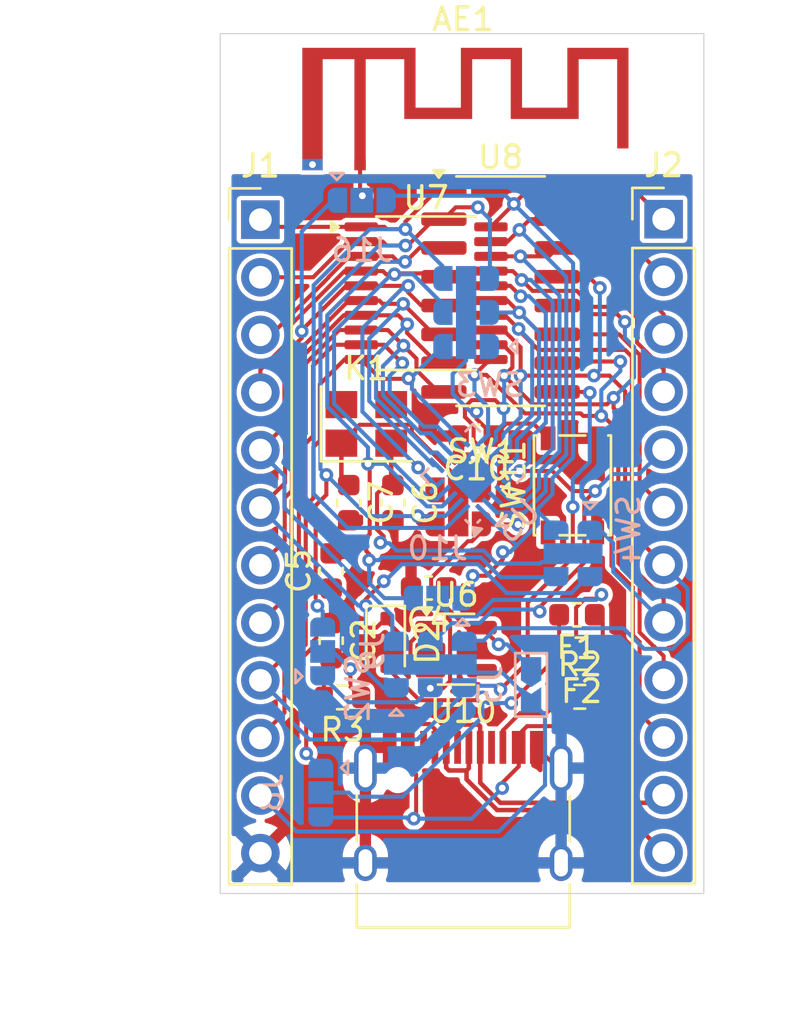
<source format=kicad_pcb>
(kicad_pcb (version 20241229) (generator "pcbnew") (generator_version "9.0")
  (layers (0 "F.Cu" signal) (2 "B.Cu" signal) (13 "F.Paste" user) (15 "B.Paste" user) (5 "F.SilkS" user "F.Silkscreen") (7 "B.SilkS" user "B.Silkscreen") (1 "F.Mask" user) (3 "B.Mask" user) (25 "Edge.Cuts" user))
  (net 0 "")
  (net 1 "5V")
  (net 2 "P_0")
  (net 3 "+3.3V")
  (net 4 "P_5")
  (net 5 "P_4")
  (net 6 "VCC")
  (net 7 "Net-(J8-B)")
  (net 8 "CC2")
  (net 9 "CC1")
  (net 10 "P_7")
  (net 11 "P_11")
  (net 12 "P_13")
  (net 13 "P_15")
  (net 14 "P_18")
  (net 15 "P_14")
  (net 16 "P_10")
  (net 17 "P_6")
  (net 18 "P_9")
  (net 19 "P_8")
  (net 20 "P_1")
  (net 22 "D-")
  (net 23 "D+")
  (net 26 "P_17")
  (net 27 "P_2")
  (net 28 "P_12")
  (net 29 "P_19")
  (net 30 "P_3")
  (net 31 "P_20")
  (net 32 "P_16")
  (net 33 "Net-(AE1-A)")
  (net 34 "Net-(C10-Pad1)")
  (net 35 "Net-(D2-A)")
  (net 37 "Net-(C6-Pad1)")
  (net 38 "Net-(C7-Pad1)")
  (footprint "IOT-Mess-Footprints:Jumper4" (layer "F.Cu") (at 143.7325 93.875)
    (property "Reference" "SW1")
    (property "Value" "SW_Rotary_1x4_MP")
  )
  (footprint "RF_Antenna:Texas_SWRA117D_2.4GHz_Right" (layer "F.Cu") (at 139.4 79.525)
    (property "Reference" "AE1")
    (property "Value" "Antenna")
  )
  (footprint "Connector_PinHeader_2.54mm:PinHeader_1x12_P2.54mm_Vertical" (layer "F.Cu") (at 135 81.955)
    (property "Reference" "J1")
    (property "Value" "Conn_01x12_Pin")
  )
  (footprint "Fuse:Fuse_0805_2012Metric" (layer "F.Cu") (at 149.175 101.1 180)
    (property "Reference" "F2")
    (property "Value" "Fuse_Small")
  )
  (footprint "Package_SO:SOP-16_3.9x9.9mm_P1.27mm" (layer "F.Cu") (at 145.601077 85.108314)
    (property "Reference" "U8")
    (property "Value" "~")
  )
  (footprint "Capacitor_SMD:C_0603_1608Metric" (layer "F.Cu") (at 140.85 94.437501 -90)
    (property "Reference" "C6")
    (property "Value" "12-25pF")
  )
  (footprint "Crystal:Crystal_SMD_3225-4Pin_3.2x2.5mm" (layer "F.Cu") (at 139.674999 90.962502)
    (property "Reference" "K1")
    (property "Value" "Crystal")
  )
  (footprint "Diode_SMD:D_SOD-323" (layer "F.Cu") (at 140.525 100.6 -90)
    (property "Reference" "D2")
    (property "Value" "1N5819WS")
  )
  (footprint "Fuse:Fuse_0603_1608Metric" (layer "F.Cu") (at 148.975 99.382499 180)
    (property "Reference" "F1")
    (property "Value" "Fuse_Small")
  )
  (footprint "Capacitor_SMD:C_0603_1608Metric" (layer "F.Cu") (at 138.125 100.525 -90)
    (property "Reference" "C2")
    (property "Value" "10u")
  )
  (footprint "Capacitor_SMD:C_0603_1608Metric" (layer "F.Cu") (at 144.525 91.5 180)
    (property "Reference" "C10")
    (property "Value" ".1u")
  )
  (footprint "Capacitor_SMD:C_0603_1608Metric" (layer "F.Cu") (at 138.9 94.437501 -90)
    (property "Reference" "C7")
    (property "Value" "12-25pF")
  )
  (footprint "Capacitor_SMD:C_0603_1608Metric" (layer "F.Cu") (at 138.125 97.449999 90)
    (property "Reference" "C5")
    (property "Value" "1u")
  )
  (footprint "Capacitor_SMD:C_0603_1608Metric" (layer "F.Cu") (at 142.425 98.2 180)
    (property "Reference" "C4")
    (property "Value" "1u")
  )
  (footprint "Package_SO:TSSOP-20_4.4x6.5mm_P0.65mm" (layer "F.Cu") (at 142.313577 85.198314)
    (property "Reference" "U7")
    (property "Value" "~")
  )
  (footprint "Resistor_SMD:R_0603_1608Metric" (layer "F.Cu") (at 138.625 103.025 180)
    (property "Reference" "R3")
    (property "Value" "5.1K")
  )
  (footprint "Button_Switch_SMD:SW_SPST_PTS810" (layer "F.Cu") (at 148.775 93.675 90)
    (property "Reference" "SW11")
    (property "Value" "SW_Push")
  )
  (footprint "Resistor_SMD:R_0603_1608Metric" (layer "F.Cu") (at 149.1 103)
    (property "Reference" "R2")
    (property "Value" "5.1K")
  )
  (footprint "Package_TO_SOT_SMD:SOT-23-5" (layer "F.Cu") (at 143.6375 100.900001)
    (property "Reference" "U6")
    (property "Value" "ME6211C33M5")
  )
  (footprint "Connector_PinHeader_2.54mm:PinHeader_1x12_P2.54mm_Vertical" (layer "F.Cu") (at 152.8 81.935)
    (property "Reference" "J2")
    (property "Value" "Conn_01x12_Pin")
  )
  (footprint "Connector_USB:USB_C_Receptacle_HRO_TYPE-C-31-M-12" (layer "F.Cu") (at 143.955 109.275)
    (property "Reference" "U10")
    (property "Value" "USB_C_Receptacle_USB2.0_16P")
  )
  (footprint "IOT-Mess-Footprints:Jumper-3_P1.3mm_Open_RoundedPad1.0x1.5mm" (layer "B.Cu") (at 142.825 98.65 180)
    (property "Reference" "J10")
    (property "Value" "Jumper")
  )
  (footprint "IOT-Mess-Footprints:Jumper-3_P1.3mm_Open_RoundedPad1.0x1.5mm" (layer "B.Cu") (at 137.75 101 90)
    (property "Reference" "J9")
    (property "Value" "Jumper")
  )
  (footprint "Package_DFN_QFN:QFN-20-1EP_3x3mm_P0.4mm_EP1.65x1.65mm_ThermalVias" (layer "B.Cu") (at 144.376077 93.248314 45)
    (property "Reference" "U3")
    (property "Value" "~")
  )
  (footprint "IOT-Mess-Footprints:Jumper-3_P1.3mm_Open_RoundedPad1.0x1.5mm" (layer "B.Cu") (at 137.667501 107.225 -90)
    (property "Reference" "J8")
    (property "Value" "Jumper")
  )
  (footprint "IOT-Mess-Footprints:Jumpper-triangle" (layer "B.Cu") (at 146.95 102.475 -90)
    (property "Reference" "J3")
    (property "Value" "Jumper_2")
  )
  (footprint "IOT-Mess-Footprints:Jumper8" (layer "B.Cu") (at 141 101.575 -90)
    (property "Reference" "SW2")
    (property "Value" "SW_Rotary_1x6_MP")
  )
  (footprint "IOT-Mess-Footprints:Jumper-3_P1.3mm_Open_RoundedPad1.0x1.5mm" (layer "B.Cu") (at 139.475 81.1)
    (property "Reference" "J16")
    (property "Value" "Jumper")
  )
  (footprint "IOT-Mess-Footprints:Jumper8" (layer "B.Cu") (at 144.0825 87.55)
    (property "Reference" "SW3")
    (property "Value" "SW_Rotary_1x6_MP")
  )
  (footprint "IOT-Mess-Footprints:Jumper4" (layer "B.Cu") (at 149.55 96.675 90)
    (property "Reference" "SW4")
    (property "Value" "SW_Rotary_1x4_MP")
  )
  (gr_rect (start 133.225 73.75) (end 154.575 111.675) (stroke (width 0.05)) (fill no) (layer "Edge.Cuts"))
  (segment (start 141.6265 100.596313) (end 142.272811 99.950002) (width 0.18) (layer "F.Cu") (net 1))
  (segment (start 142.272811 101.85) (end 141.6265 101.203689) (width 0.18) (layer "F.Cu") (net 1))
  (segment (start 142.272811 99.950002) (end 142.5 99.950002) (width 0.18) (layer "F.Cu") (net 1))
  (segment (start 138.125002 98.225) (end 138.125 99.750001) (width 0.2) (layer "F.Cu") (net 1))
  (segment (start 136.362 101.764356) (end 137.302 100.824356) (width 0.18) (layer "F.Cu") (net 1))
  (segment (start 137.302 100.824356) (end 137.302 100.573) (width 0.18) (layer "F.Cu") (net 1))
  (segment (start 136.362 102.937) (end 136.362 101.764356) (width 0.18) (layer "F.Cu") (net 1))
  (segment (start 141.4745 100.548001) (end 141.57575 100.64925) (width 0.18) (layer "F.Cu") (net 1))
  (segment (start 142.5 101.85) (end 142.272811 101.85) (width 0.18) (layer "F.Cu") (net 1))
  (segment (start 140.126131 99.948869) (end 140.525 99.55) (width 0.18) (layer "F.Cu") (net 1))
  (segment (start 140.525 99.5985) (end 141.57575 100.64925) (width 0.18) (layer "F.Cu") (net 1))
  (segment (start 137.023125 103.598125) (end 136.362 102.937) (width 0.18) (layer "F.Cu") (net 1))
  (segment (start 141.57575 100.64925) (end 141.6265 100.700001) (width 0.18) (layer "F.Cu") (net 1))
  (segment (start 137.302 100.573) (end 138.125 99.75) (width 0.18) (layer "F.Cu") (net 1))
  (segment (start 138.323869 99.948869) (end 140.126131 99.948869) (width 0.18) (layer "F.Cu") (net 1))
  (segment (start 137.023125 105.498125) (end 137.023125 103.598125) (width 0.18) (layer "F.Cu") (net 1))
  (segment (start 140.525 99.55) (end 140.525 99.5985) (width 0.18) (layer "F.Cu") (net 1))
  (segment (start 141.6265 101.203689) (end 141.6265 100.700001) (width 0.18) (layer "F.Cu") (net 1))
  (segment (start 138.125 99.75) (end 138.323869 99.948869) (width 0.18) (layer "F.Cu") (net 1))
  (segment (start 141.6265 100.700001) (end 141.6265 100.596313) (width 0.18) (layer "F.Cu") (net 1))
  (segment (start 142.812501 101.85) (end 142.5 101.85) (width 0.18) (layer "F.Cu") (net 1))
  (via (at 137.023125 105.498125) (size 0.6) (drill 0.3) (layers "F.Cu" "B.Cu") (net 1))
  (segment (start 137.650001 106.125001) (end 137.667501 106.125001) (width 0.18) (layer "B.Cu") (net 1))
  (segment (start 137.023125 105.498125) (end 137.650001 106.125001) (width 0.18) (layer "B.Cu") (net 1))
  (segment (start 137.8 103.025) (end 137.8 101.625) (width 0.18) (layer "F.Cu") (net 2))
  (segment (start 137.8 101.625) (end 138.125 101.3) (width 0.18) (layer "F.Cu") (net 2))
  (segment (start 148.275 106.145) (end 148.12 106.145) (width 0.18) (layer "F.Cu") (net 2))
  (segment (start 148.12 106.145) (end 147.205 105.23) (width 0.18) (layer "F.Cu") (net 2))
  (segment (start 138.125 96.674999) (end 138.125 95.8875) (width 0.18) (layer "F.Cu") (net 2))
  (segment (start 138.125 95.8875) (end 138.799999 95.212501) (width 0.18) (layer "F.Cu") (net 2))
  (segment (start 143.2 98.2) (end 143.2 99.037501) (width 0.18) (layer "F.Cu") (net 3))
  (segment (start 145.512499 100.687501) (end 144.775 99.950002) (width 0.18) (layer "F.Cu") (net 3))
  (segment (start 143.2 99.037501) (end 144.1375 99.975001) (width 0.18) (layer "F.Cu") (net 3))
  (via (at 145.512499 100.687501) (size 0.6) (drill 0.3) (layers "F.Cu" "B.Cu") (net 3))
  (segment (start 145.8875 100.687501) (end 146.95 101.750001) (width 0.18) (layer "B.Cu") (net 3))
  (segment (start 145.512499 100.687501) (end 145.8875 100.687501) (width 0.18) (layer "B.Cu") (net 3))
  (segment (start 141.525 84.875) (end 140.340263 84.875) (width 0.18) (layer "F.Cu") (net 4))
  (segment (start 140.338577 84.873314) (end 139.451077 84.873314) (width 0.18) (layer "F.Cu") (net 4))
  (segment (start 136.827553 87.173125) (end 136.061 87.939678) (width 0.18) (layer "F.Cu") (net 4))
  (segment (start 142.6825 93.605346) (end 141.963577 92.886423) (width 0.18) (layer "F.Cu") (net 4))
  (segment (start 136.827553 86.877553) (end 136.827553 86.830589) (width 0.18) (layer "F.Cu") (net 4))
  (segment (start 138.784828 84.873314) (end 139.451077 84.873314) (width 0.18) (layer "F.Cu") (net 4))
  (segment (start 140.340263 84.875) (end 140.338577 84.873314) (width 0.18) (layer "F.Cu") (net 4))
  (segment (start 142.101078 85.743314) (end 143.101077 85.743314) (width 0.18) (layer "F.Cu") (net 4))
  (segment (start 142.6825 93.875) (end 142.6825 93.605346) (width 0.18) (layer "F.Cu") (net 4))
  (segment (start 136.061 91.054) (end 135 92.115) (width 0.18) (layer "F.Cu") (net 4))
  (segment (start 136.827553 86.877553) (end 136.827553 87.173125) (width 0.18) (layer "F.Cu") (net 4))
  (segment (start 136.061 87.939678) (end 136.061 91.054) (width 0.18) (layer "F.Cu") (net 4))
  (segment (start 141.525 85.167236) (end 142.101078 85.743314) (width 0.18) (layer "F.Cu") (net 4))
  (segment (start 136.827553 86.830589) (end 138.784828 84.873314) (width 0.18) (layer "F.Cu") (net 4))
  (segment (start 141.525 84.875) (end 141.525 85.167236) (width 0.18) (layer "F.Cu") (net 4))
  (via (at 141.525 84.875) (size 0.6) (drill 0.3) (layers "F.Cu" "B.Cu") (net 4))
  (via (at 141.963577 92.886423) (size 0.6) (drill 0.3) (layers "F.Cu" "B.Cu") (net 4))
  (via (at 136.827553 86.877553) (size 0.6) (drill 0.3) (layers "F.Cu" "B.Cu") (net 4))
  (segment (start 136.825 82.475) (end 138.4 80.9) (width 0.18) (layer "B.Cu") (net 4))
  (segment (start 136.062415 94.665737) (end 136.061 94.665737) (width 0.18) (layer "B.Cu") (net 4))
  (segment (start 140.825 99.428322) (end 136.062415 94.665737) (width 0.18) (layer "B.Cu") (net 4))
  (segment (start 139.504 90.426846) (end 141.963577 92.886423) (width 0.18) (layer "B.Cu") (net 4))
  (segment (start 140.825 100.6) (end 140.825 99.428322) (width 0.18) (layer "B.Cu") (net 4))
  (segment (start 136.061 93.261) (end 135 92.2) (width 0.18) (layer "B.Cu") (net 4))
  (segment (start 136.061 94.665737) (end 136.061 93.261) (width 0.18) (layer "B.Cu") (net 4))
  (segment (start 141.525 84.875) (end 141.375 84.875) (width 0.18) (layer "B.Cu") (net 4))
  (segment (start 136.825 86.875) (end 136.825 82.475) (width 0.18) (layer "B.Cu") (net 4))
  (segment (start 139.504 86.746) (end 139.504 90.426846) (width 0.18) (layer "B.Cu") (net 4))
  (segment (start 141.963577 92.886423) (end 142.785087 93.707933) (width 0.18) (layer "B.Cu") (net 4))
  (segment (start 141.375 84.875) (end 139.504 86.746) (width 0.18) (layer "B.Cu") (net 4))
  (segment (start 136.827553 86.877553) (end 136.825 86.875) (width 0.18) (layer "B.Cu") (net 4))
  (segment (start 135 92.2) (end 135 92.115) (width 0.18) (layer "B.Cu") (net 4))
  (segment (start 142.165263 84.325) (end 142.313577 84.473314) (width 0.18) (layer "F.Cu") (net 5))
  (segment (start 138.713578 84.223314) (end 139.451077 84.223314) (width 0.18) (layer "F.Cu") (net 5))
  (segment (start 136.15 86.786892) (end 138.713578 84.223314) (width 0.18) (layer "F.Cu") (net 5))
  (segment (start 136.15 87.425) (end 136.15 86.786892) (width 0.18) (layer "F.Cu") (net 5))
  (segment (start 140.551513 84.365) (end 140.409827 84.223314) (width 0.18) (layer "F.Cu") (net 5))
  (segment (start 140.917562 84.365) (end 140.551513 84.365) (width 0.18) (layer "F.Cu") (net 5))
  (segment (start 135 88.575) (end 136.15 87.425) (width 0.18) (layer "F.Cu") (net 5))
  (segment (start 140.957562 84.325) (end 142.165263 84.325) (width 0.18) (layer "F.Cu") (net 5))
  (segment (start 140.409827 84.223314) (end 139.451077 84.223314) (width 0.18) (layer "F.Cu") (net 5))
  (segment (start 135 89.575) (end 135 88.575) (width 0.18) (layer "F.Cu") (net 5))
  (segment (start 140.917562 84.365) (end 140.957562 84.325) (width 0.18) (layer "F.Cu") (net 5))
  (segment (start 142.313577 84.473314) (end 143.101077 84.473314) (width 0.18) (layer "F.Cu") (net 5))
  (via (at 140.917562 84.365) (size 0.6) (drill 0.3) (layers "F.Cu" "B.Cu") (net 5))
  (segment (start 142.448144 94.270433) (end 142.788272 94.270433) (width 0.18) (layer "B.Cu") (net 5))
  (segment (start 143.0325 85.659836) (end 141.737664 84.365) (width 0.18) (layer "B.Cu") (net 5))
  (segment (start 140.785 84.365) (end 138.253 86.897) (width 0.18) (layer "B.Cu") (net 5))
  (segment (start 141.737664 84.365) (end 140.917562 84.365) (width 0.18) (layer "B.Cu") (net 5))
  (segment (start 143.0325 86.05) (end 143.0325 85.659836) (width 0.18) (layer "B.Cu") (net 5))
  (segment (start 142.788272 94.270433) (end 143.067929 93.990776) (width 0.18) (layer "B.Cu") (net 5))
  (segment (start 140.917562 84.365) (end 140.785 84.365) (width 0.18) (layer "B.Cu") (net 5))
  (segment (start 138.253 86.897) (end 138.253 90.075289) (width 0.18) (layer "B.Cu") (net 5))
  (segment (start 138.253 90.075289) (end 142.448144 94.270433) (width 0.18) (layer "B.Cu") (net 5))
  (segment (start 147.564 103.813999) (end 147.564 106.897866) (width 0.18) (layer "B.Cu") (net 6))
  (segment (start 146.675 103.199999) (end 146.675 102.925) (width 0.18) (layer "B.Cu") (net 6))
  (segment (start 136.585999 108.940999) (end 135 107.355) (width 0.18) (layer "B.Cu") (net 6))
  (segment (start 146.675 102.925) (end 145.6825 101.9325) (width 0.18) (layer "B.Cu") (net 6))
  (segment (start 146.95 103.199999) (end 147.564 103.813999) (width 0.18) (layer "B.Cu") (net 6))
  (segment (start 147.564 106.897866) (end 145.520867 108.940999) (width 0.18) (layer "B.Cu") (net 6))
  (segment (start 145.6825 101.9325) (end 142.325 101.9325) (width 0.18) (layer "B.Cu") (net 6))
  (segment (start 145.520867 108.940999) (end 136.585999 108.940999) (width 0.18) (layer "B.Cu") (net 6))
  (segment (start 149.314 101.898501) (end 150.112501 101.1) (width 0.18) (layer "F.Cu") (net 7))
  (segment (start 141.875 108.275) (end 141.875 106.425) (width 0.18) (layer "F.Cu") (net 7))
  (segment (start 141.775 108.375) (end 141.875 108.275) (width 0.18) (layer "F.Cu") (net 7))
  (segment (start 150.112501 101.1) (end 150.112501 99.732499) (width 0.18) (layer "F.Cu") (net 7))
  (segment (start 141.505 106.055) (end 141.505 105.23) (width 0.18) (layer "F.Cu") (net 7))
  (segment (start 146.405 104.664) (end 146.775 104.294) (width 0.18) (layer "F.Cu") (net 7))
  (segment (start 146.775 104.294) (end 148.042784 104.294) (width 0.18) (layer "F.Cu") (net 7))
  (segment (start 148.042784 104.294) (end 149.314 103.022784) (width 0.18) (layer "F.Cu") (net 7))
  (segment (start 145.675 106.8) (end 146.405 106.07) (width 0.18) (layer "F.Cu") (net 7))
  (segment (start 145.675 107.025) (end 145.675 106.8) (width 0.18) (layer "F.Cu") (net 7))
  (segment (start 141.875 106.425) (end 141.505 106.055) (width 0.18) (layer "F.Cu") (net 7))
  (segment (start 150.112501 99.732499) (end 149.762501 99.382499) (width 0.18) (layer "F.Cu") (net 7))
  (segment (start 146.405 105.23) (end 146.405 104.664) (width 0.18) (layer "F.Cu") (net 7))
  (segment (start 146.405 106.07) (end 146.405 105.23) (width 0.18) (layer "F.Cu") (net 7))
  (segment (start 149.314 103.022784) (end 149.314 101.898501) (width 0.18) (layer "F.Cu") (net 7))
  (via (at 145.675 107.025) (size 0.6) (drill 0.3) (layers "F.Cu" "B.Cu") (net 7))
  (via (at 141.775 108.375) (size 0.6) (drill 0.3) (layers "F.Cu" "B.Cu") (net 7))
  (segment (start 141.775 108.375) (end 144.325 108.375) (width 0.18) (layer "B.Cu") (net 7))
  (segment (start 141.775 108.375) (end 141.500002 108.375) (width 0.18) (layer "B.Cu") (net 7))
  (segment (start 141.500002 108.375) (end 141.450001 108.324999) (width 0.18) (layer "B.Cu") (net 7))
  (segment (start 141.450001 108.324999) (end 137.667501 108.324999) (width 0.18) (layer "B.Cu") (net 7))
  (segment (start 144.325 108.375) (end 145.675 107.025) (width 0.18) (layer "B.Cu") (net 7))
  (segment (start 148.935999 102.339001) (end 148.275 103) (width 0.18) (layer "F.Cu") (net 8))
  (segment (start 149.869898 98.675) (end 149.325 98.675) (width 0.18) (layer "F.Cu") (net 8))
  (segment (start 145.705 104.483) (end 145.705 105.23) (width 0.18) (layer "F.Cu") (net 8))
  (segment (start 147.625 103.725) (end 146.463 103.725) (width 0.18) (layer "F.Cu") (net 8))
  (segment (start 148.275 103) (end 148.275 103.075) (width 0.18) (layer "F.Cu") (net 8))
  (segment (start 150.054238 98.49066) (end 149.869898 98.675) (width 0.18) (layer "F.Cu") (net 8))
  (segment (start 148.935999 99.064001) (end 148.935999 102.339001) (width 0.18) (layer "F.Cu") (net 8))
  (segment (start 146.463 103.725) (end 145.705 104.483) (width 0.18) (layer "F.Cu") (net 8))
  (segment (start 148.275 103.075) (end 147.625 103.725) (width 0.18) (layer "F.Cu") (net 8))
  (segment (start 149.325 98.675) (end 148.935999 99.064001) (width 0.18) (layer "F.Cu") (net 8))
  (via (at 150.054238 98.49066) (size 0.6) (drill 0.3) (layers "F.Cu" "B.Cu") (net 8))
  (segment (start 145.275 98.725) (end 144.55 99.45) (width 0.18) (layer "B.Cu") (net 8))
  (segment (start 150.054238 98.49066) (end 149.819898 98.725) (width 0.18) (layer "B.Cu") (net 8))
  (segment (start 142.825 98.65) (end 142.825 98.855473) (width 0.18) (layer "B.Cu") (net 8))
  (segment (start 142.825 98.855473) (end 143.419527 99.45) (width 0.18) (layer "B.Cu") (net 8))
  (segment (start 143.419527 99.45) (end 144.55 99.45) (width 0.18) (layer "B.Cu") (net 8))
  (segment (start 149.819898 98.725) (end 145.275 98.725) (width 0.18) (layer "B.Cu") (net 8))
  (segment (start 142.472 104.2) (end 142.536 104.264) (width 0.18) (layer "F.Cu") (net 9))
  (segment (start 139.45 103.25) (end 140.4 104.2) (width 0.18) (layer "F.Cu") (net 9))
  (segment (start 138.973572 101.776865) (end 138.973572 102.548572) (width 0.18) (layer "F.Cu") (net 9))
  (segment (start 138.973572 102.548572) (end 139.45 103.025) (width 0.18) (layer "F.Cu") (net 9))
  (segment (start 142.705 104.433) (end 142.705 105.23) (width 0.18) (layer "F.Cu") (net 9))
  (segment (start 140.4 104.2) (end 142.472 104.2) (width 0.18) (layer "F.Cu") (net 9))
  (segment (start 142.536 104.264) (end 142.705 104.433) (width 0.18) (layer "F.Cu") (net 9))
  (via (at 138.973572 101.776865) (size 0.6) (drill 0.3) (layers "F.Cu" "B.Cu") (net 9))
  (segment (start 137.75 101) (end 138.196707 101) (width 0.18) (layer "B.Cu") (net 9))
  (segment (start 138.196707 101) (end 138.973572 101.776865) (width 0.18) (layer "B.Cu") (net 9))
  (segment (start 136.075 96.12) (end 136.075 94.225) (width 0.18) (layer "F.Cu") (net 10))
  (segment (start 138.67872 86.173314) (end 139.451077 86.173314) (width 0.18) (layer "F.Cu") (net 10))
  (segment (start 139.451077 86.173314) (end 141.088578 86.173314) (width 0.18) (layer "F.Cu") (net 10))
  (segment (start 136.075 94.225) (end 136.391 93.909) (width 0.18) (layer "F.Cu") (net 10))
  (segment (start 136.391 93.909) (end 136.391 91.575356) (width 0.18) (layer "F.Cu") (net 10))
  (segment (start 141.088578 86.173314) (end 141.482632 86.567368) (width 0.18) (layer "F.Cu") (net 10))
  (segment (start 141.474077 86.575923) (end 141.474077 86.949077) (width 0.18) (layer "F.Cu") (net 10))
  (segment (start 135 97.195) (end 136.075 96.12) (width 0.18) (layer "F.Cu") (net 10))
  (segment (start 141.482632 86.567368) (end 141.474077 86.575923) (width 0.18) (layer "F.Cu") (net 10))
  (segment (start 136.391 91.575356) (end 136.702 91.264356) (width 0.18) (layer "F.Cu") (net 10))
  (segment (start 141.474077 86.949077) (end 142.808314 88.283314) (width 0.18) (layer "F.Cu") (net 10))
  (segment (start 136.702 88.150034) (end 138.67872 86.173314) (width 0.18) (layer "F.Cu") (net 10))
  (segment (start 142.808314 88.283314) (end 143.101077 88.283314) (width 0.18) (layer "F.Cu") (net 10))
  (segment (start 136.702 91.264356) (end 136.702 88.150034) (width 0.18) (layer "F.Cu") (net 10))
  (via (at 141.482632 86.567368) (size 0.6) (drill 0.3) (layers "F.Cu" "B.Cu") (net 10))
  (segment (start 140.106 87.944) (end 140.106 89.826916) (width 0.18) (layer "B.Cu") (net 10))
  (segment (start 142.788272 92.226195) (end 143.067929 92.505852) (width 0.18) (layer "B.Cu") (net 10))
  (segment (start 142.505279 92.226195) (end 142.788272 92.226195) (width 0.18) (layer "B.Cu") (net 10))
  (segment (start 140.106 89.826916) (end 142.505279 92.226195) (width 0.18) (layer "B.Cu") (net 10))
  (segment (start 141.482632 86.567368) (end 140.106 87.944) (width 0.18) (layer "B.Cu") (net 10))
  (segment (start 144.45 88.8) (end 145.000609 88.249391) (width 0.18) (layer "F.Cu") (net 11))
  (segment (start 145.05 88.249391) (end 145.176077 88.123314) (width 0.18) (layer "F.Cu") (net 11))
  (segment (start 151.438 100.279159) (end 151.739 100.580159) (width 0.18) (layer "F.Cu") (net 11))
  (segment (start 150.499 97.224678) (end 151.438 98.163678) (width 0.18) (layer "F.Cu") (net 11))
  (segment (start 148.174391 88.21) (end 148.101077 88.283314) (width 0.18) (layer "F.Cu") (net 11))
  (segment (start 150.156589 88.210964) (end 150.155625 88.21) (width 0.18) (layer "F.Cu") (net 11))
  (segment (start 151.739 103.734) (end 152.8 104.795) (width 0.18) (layer "F.Cu") (net 11))
  (segment (start 151.438 98.163678) (end 151.438 100.279159) (width 0.18) (layer "F.Cu") (net 11))
  (segment (start 150.194706 90.672706) (end 150.499 90.977) (width 0.18) (layer "F.Cu") (net 11))
  (segment (start 145.000609 88.249391) (end 145.05 88.249391) (width 0.18) (layer "F.Cu") (net 11))
  (segment (start 149.141294 90.5) (end 149.251294 90.61) (width 0.18) (layer "F.Cu") (net 11))
  (segment (start 151.739 100.580159) (end 151.739 103.734) (width 0.18) (layer "F.Cu") (net 11))
  (segment (start 146.675 90.5) (end 149.141294 90.5) (width 0.18) (layer "F.Cu") (net 11))
  (segment (start 150.889036 88.210964) (end 150.156589 88.210964) (width 0.18) (layer "F.Cu") (net 11))
  (segment (start 144.975 88.8) (end 146.675 90.5) (width 0.18) (layer "F.Cu") (net 11))
  (segment (start 144.45 88.8) (end 144.975 88.8) (width 0.18) (layer "F.Cu") (net 11))
  (segment (start 149.251294 90.61) (end 150.05 90.61) (width 0.18) (layer "F.Cu") (net 11))
  (segment (start 150.112706 90.672706) (end 150.194706 90.672706) (width 0.18) (layer "F.Cu") (net 11))
  (segment (start 150.155625 88.21) (end 148.174391 88.21) (width 0.18) (layer "F.Cu") (net 11))
  (segment (start 150.05 90.61) (end 150.112706 90.672706) (width 0.18) (layer "F.Cu") (net 11))
  (segment (start 150.499 90.977) (end 150.499 97.224678) (width 0.18) (layer "F.Cu") (net 11))
  (via (at 144.45 88.8) (size 0.6) (drill 0.3) (layers "F.Cu" "B.Cu") (net 11))
  (via (at 150.889036 88.210964) (size 0.6) (drill 0.3) (layers "F.Cu" "B.Cu") (net 11))
  (via (at 150.05 90.61) (size 0.6) (drill 0.3) (layers "F.Cu" "B.Cu") (net 11))
  (segment (start 145.05 90.212336) (end 145.05 91.44302) (width 0.18) (layer "B.Cu") (net 11))
  (segment (start 145.05 91.44302) (end 144.835696 91.657324) (width 0.18) (layer "B.Cu") (net 11))
  (segment (start 144.45 88.8) (end 144.45 89.612336) (width 0.18) (layer "B.Cu") (net 11))
  (segment (start 150.05 89.475) (end 150.889036 88.635964) (width 0.18) (layer "B.Cu") (net 11))
  (segment (start 150.05 90.61) (end 150.05 89.475) (width 0.18) (layer "B.Cu") (net 11))
  (segment (start 150.889036 88.635964) (end 150.889036 88.210964) (width 0.18) (layer "B.Cu") (net 11))
  (segment (start 144.45 89.612336) (end 145.05 90.212336) (width 0.18) (layer "B.Cu") (net 11))
  (segment (start 149.985625 84.964375) (end 149.494564 84.473314) (width 0.18) (layer "F.Cu") (net 12))
  (segment (start 151.1 89.525) (end 151.1 96.975) (width 0.18) (layer "F.Cu") (net 12))
  (segment (start 149.494564 84.473314) (end 148.101077 84.473314) (width 0.18) (layer "F.Cu") (net 12))
  (segment (start 150.408227 88.833227) (end 151.1 89.525) (width 0.18) (layer "F.Cu") (net 12))
  (segment (start 151.739 97.614481) (end 152.360519 98.236) (width 0.18) (layer "F.Cu") (net 12))
  (segment (start 152.360519 98.236) (end 152.361 98.236) (width 0.18) (layer "F.Cu") (net 12))
  (segment (start 145.726077 86.823314) (end 145.176077 86.823314) (width 0.18) (layer "F.Cu") (net 12))
  (segment (start 152.361 98.236) (end 152.8 98.675) (width 0.18) (layer "F.Cu") (net 12))
  (segment (start 146.487 88.832227) (end 146.487 87.584237) (width 0.18) (layer "F.Cu") (net 12))
  (segment (start 149.725 88.833227) (end 150.408227 88.833227) (width 0.18) (layer "F.Cu") (net 12))
  (segment (start 151.739 97.614) (end 151.739 97.614481) (width 0.18) (layer "F.Cu") (net 12))
  (segment (start 151.1 96.975) (end 151.739 97.614) (width 0.18) (layer "F.Cu") (net 12))
  (segment (start 152.8 98.675) (end 152.8 99.715) (width 0.18) (layer "F.Cu") (net 12))
  (segment (start 146.488 88.833227) (end 146.487 88.832227) (width 0.18) (layer "F.Cu") (net 12))
  (segment (start 146.487 87.584237) (end 145.726077 86.823314) (width 0.18) (layer "F.Cu") (net 12))
  (segment (start 149.725 88.833227) (end 146.488 88.833227) (width 0.18) (layer "F.Cu") (net 12))
  (via (at 149.985625 84.964375) (size 0.6) (drill 0.3) (layers "F.Cu" "B.Cu") (net 12))
  (via (at 146.488 88.833227) (size 0.6) (drill 0.3) (layers "F.Cu" "B.Cu") (net 12))
  (via (at 149.725 88.833227) (size 0.6) (drill 0.3) (layers "F.Cu" "B.Cu") (net 12))
  (segment (start 146.488 88.833227) (end 146.488 90.661322) (width 0.18) (layer "B.Cu") (net 12))
  (segment (start 149.985625 88.572602) (end 149.725 88.833227) (width 0.18) (layer "B.Cu") (net 12))
  (segment (start 145.725 91.899391) (end 145.401382 92.223009) (width 0.18) (layer "B.Cu") (net 12))
  (segment (start 146.488 90.661322) (end 145.725 91.424322) (width 0.18) (layer "B.Cu") (net 12))
  (segment (start 150.575 97.49) (end 152.8 99.715) (width 0.18) (layer "B.Cu") (net 12))
  (segment (start 149.985625 84.964375) (end 149.985625 88.572602) (width 0.18) (layer "B.Cu") (net 12))
  (segment (start 150.575 96.22) (end 150.575 97.49) (width 0.18) (layer "B.Cu") (net 12))
  (segment (start 149.425 95.625) (end 149.98 95.625) (width 0.18) (layer "B.Cu") (net 12))
  (segment (start 149.98 95.625) (end 150.575 96.22) (width 0.18) (layer "B.Cu") (net 12))
  (segment (start 145.725 91.424322) (end 145.725 91.899391) (width 0.18) (layer "B.Cu") (net 12))
  (segment (start 151.739 87.914) (end 151.739 93.574) (width 0.18) (layer "F.Cu") (net 13))
  (segment (start 148.101077 87.013313) (end 150.838313 87.013313) (width 0.18) (layer "F.Cu") (net 13))
  (segment (start 150.838313 87.013313) (end 151.739 87.914) (width 0.18) (layer "F.Cu") (net 13))
  (segment (start 145.176077 85.523314) (end 145.901077 85.523314) (width 0.18) (layer "F.Cu") (net 13))
  (segment (start 148.101077 87.013313) (end 147.391076 87.013313) (width 0.18) (layer "F.Cu") (net 13))
  (segment (start 145.901077 85.523314) (end 146.426077 86.048314) (width 0.18) (layer "F.Cu") (net 13))
  (segment (start 151.739 93.574) (end 152.8 94.635) (width 0.18) (layer "F.Cu") (net 13))
  (segment (start 147.391076 87.013313) (end 146.426077 86.048314) (width 0.18) (layer "F.Cu") (net 13))
  (via (at 146.426077 86.048314) (size 0.6) (drill 0.3) (layers "F.Cu" "B.Cu") (net 13))
  (segment (start 152.261567 95.173433) (end 152.8 94.635) (width 0.18) (layer "B.Cu") (net 13))
  (segment (start 145.967067 92.788695) (end 146.352881 92.402881) (width 0.18) (layer "B.Cu") (net 13))
  (segment (start 147.299 86.921237) (end 146.426077 86.048314) (width 0.18) (layer "B.Cu") (net 13))
  (segment (start 146.327 91.673) (end 147.299 90.701) (width 0.18) (layer "B.Cu") (net 13))
  (segment (start 146.352881 92.402881) (end 146.327 92.377) (width 0.18) (layer "B.Cu") (net 13))
  (segment (start 147.299 90.701) (end 147.299 86.921237) (width 0.18) (layer "B.Cu") (net 13))
  (segment (start 146.327 92.377) (end 146.327 91.673) (width 0.18) (layer "B.Cu") (net 13))
  (segment (start 145.1325 86.05) (end 146.424391 86.05) (width 0.18) (layer "B.Cu") (net 13))
  (segment (start 146.476077 83.573314) (end 147.731078 83.573314) (width 0.18) (layer "F.Cu") (net 14))
  (segment (start 148.101077 83.203315) (end 149.878315 83.203315) (width 0.18) (layer "F.Cu") (net 14))
  (segment (start 147.731078 83.573314) (end 148.101077 83.203315) (width 0.18) (layer "F.Cu") (net 14))
  (segment (start 149.878315 83.203315) (end 152.8 86.125) (width 0.18) (layer "F.Cu") (net 14))
  (segment (start 145.176077 83.573314) (end 146.476077 83.573314) (width 0.18) (layer "F.Cu") (net 14))
  (segment (start 152.8 86.125) (end 152.8 87.015) (width 0.18) (layer "F.Cu") (net 14))
  (via (at 146.476077 83.573314) (size 0.6) (drill 0.3) (layers "F.Cu" "B.Cu") (net 14))
  (segment (start 145.818842 94.562063) (end 145.828212 94.571433) (width 0.18) (layer "B.Cu") (net 14))
  (segment (start 147.294339 93.101911) (end 147.3 93.09625) (width 0.18) (layer "B.Cu") (net 14))
  (segment (start 147.3 93.09625) (end 147.3 93.075) (width 0.18) (layer "B.Cu") (net 14))
  (segment (start 147.3 93.075) (end 148.202 92.173) (width 0.18) (layer "B.Cu") (net 14))
  (segment (start 145.401382 94.273619) (end 145.689826 94.562063) (width 0.18) (layer "B.Cu") (net 14))
  (segment (start 148.202 85.299237) (end 146.476077 83.573314) (width 0.18) (layer "B.Cu") (net 14))
  (segment (start 145.828212 94.571433) (end 146.527889 94.571433) (width 0.18) (layer "B.Cu") (net 14))
  (segment (start 146.527889 94.571433) (end 147.294339 93.804983) (width 0.18) (layer "B.Cu") (net 14))
  (segment (start 148.202 92.173) (end 148.202 85.299237) (width 0.18) (layer "B.Cu") (net 14))
  (segment (start 145.689826 94.562063) (end 145.818842 94.562063) (width 0.18) (layer "B.Cu") (net 14))
  (segment (start 147.294339 93.804983) (end 147.294339 93.101911) (width 0.18) (layer "B.Cu") (net 14))
  (segment (start 151.4 95.775) (end 152.8 97.175) (width 0.18) (layer "F.Cu") (net 15))
  (segment (start 146.399202 86.826126) (end 147.273076 87.7) (width 0.18) (layer "F.Cu") (net 15))
  (segment (start 151.099322 87.7) (end 151.4 88.000678) (width 0.18) (layer "F.Cu") (net 15))
  (segment (start 145.176077 86.173314) (end 145.797327 86.173314) (width 0.18) (layer "F.Cu") (net 15))
  (segment (start 151.4 88.000678) (end 151.4 95.775) (width 0.18) (layer "F.Cu") (net 15))
  (segment (start 145.797327 86.173314) (end 146.399202 86.775189) (width 0.18) (layer "F.Cu") (net 15))
  (segment (start 147.273076 87.7) (end 151.099322 87.7) (width 0.18) (layer "F.Cu") (net 15))
  (segment (start 146.399202 86.775189) (end 146.399202 86.826126) (width 0.18) (layer "F.Cu") (net 15))
  (via (at 146.399202 86.775189) (size 0.6) (drill 0.3) (layers "F.Cu" "B.Cu") (net 15))
  (segment (start 145.684225 92.505852) (end 146.026 92.164078) (width 0.18) (layer "B.Cu") (net 15))
  (segment (start 146.026 91.549) (end 146.998 90.577) (width 0.18) (layer "B.Cu") (net 15))
  (segment (start 153.861 98.236) (end 152.8 97.175) (width 0.18) (layer "B.Cu") (net 15))
  (segment (start 143.825 100.8825) (end 144.4925 100.8825) (width 0.18) (layer "B.Cu") (net 15))
  (segment (start 146.998 90.577) (end 146.998 87.373987) (width 0.18) (layer "B.Cu") (net 15))
  (segment (start 146.998 87.373987) (end 146.399202 86.775189) (width 0.18) (layer "B.Cu") (net 15))
  (segment (start 145.325 100.05) (end 145.4 99.975) (width 0.18) (layer "B.Cu") (net 15))
  (segment (start 151.9325 100.8825) (end 153.1925 100.8825) (width 0.18) (layer "B.Cu") (net 15))
  (segment (start 151.025 99.975) (end 151.9325 100.8825) (width 0.18) (layer "B.Cu") (net 15))
  (segment (start 146.026 92.164078) (end 146.026 91.549) (width 0.18) (layer "B.Cu") (net 15))
  (segment (start 144 100.525) (end 144.85 100.525) (width 0.18) (layer "B.Cu") (net 15))
  (segment (start 153.861 100.214) (end 153.861 98.236) (width 0.18) (layer "B.Cu") (net 15))
  (segment (start 144.85 100.525) (end 145.325 100.05) (width 0.18) (layer "B.Cu") (net 15))
  (segment (start 153.1925 100.8825) (end 153.861 100.214) (width 0.18) (layer "B.Cu") (net 15))
  (segment (start 145.4 99.975) (end 151.025 99.975) (width 0.18) (layer "B.Cu") (net 15))
  (segment (start 136.061 101.639678) (end 136.061 103.702216) (width 0.18) (layer "F.Cu") (net 16))
  (segment (start 137.338517 94.238517) (end 137.001 94.576034) (width 0.18) (layer "F.Cu") (net 16))
  (segment (start 139.451077 88.123314) (end 138.713578 88.123314) (width 0.18) (layer "F.Cu") (net 16))
  (segment (start 140.302763 88.975) (end 139.451077 88.123314) (width 0.18) (layer "F.Cu") (net 16))
  (segment (start 138.713578 88.123314) (end 137.626 89.210892) (width 0.18) (layer "F.Cu") (net 16))
  (segment (start 137.338517 94.238517) (end 137.338517 91.987483) (width 0.18) (layer "F.Cu") (net 16))
  (segment (start 141.537783 88.955958) (end 141.518741 88.975) (width 0.18) (layer "F.Cu") (net 16))
  (segment (start 136.061 103.702216) (end 135 104.763216) (width 0.18) (layer "F.Cu") (net 16))
  (segment (start 137.626 89.210892) (end 137.626 91.7) (width 0.18) (layer "F.Cu") (net 16))
  (segment (start 135 104.763216) (end 135 104.815) (width 0.18) (layer "F.Cu") (net 16))
  (segment (start 137.001 94.576034) (end 137.001 100.699678) (width 0.18) (layer "F.Cu") (net 16))
  (segment (start 137.338517 91.987483) (end 137.626 91.7) (width 0.18) (layer "F.Cu") (net 16))
  (segment (start 141.518741 88.975) (end 140.302763 88.975) (width 0.18) (layer "F.Cu") (net 16))
  (segment (start 137.001 100.699678) (end 136.061 101.639678) (width 0.18) (layer "F.Cu") (net 16))
  (via (at 141.537783 88.955958) (size 0.6) (drill 0.3) (layers "F.Cu" "B.Cu") (net 16))
  (segment (start 141.626542 88.955958) (end 141.537783 88.955958) (width 0.18) (layer "B.Cu") (net 16))
  (segment (start 143.0325 87.55) (end 141.626542 88.955958) (width 0.18) (layer "B.Cu") (net 16))
  (segment (start 141.537783 88.955958) (end 141.689699 89.107874) (width 0.18) (layer "B.Cu") (net 16))
  (segment (start 141.689699 89.107874) (end 141.689699 89.430565) (width 0.18) (layer "B.Cu") (net 16))
  (segment (start 141.689699 89.430565) (end 143.916458 91.657324) (width 0.18) (layer "B.Cu") (net 16))
  (segment (start 136.401 91.139678) (end 136.401 88.025356) (width 0.18) (layer "F.Cu") (net 17))
  (segment (start 140.448125 97.901875) (end 139.649507 98.700493) (width 0.18) (layer "F.Cu") (net 17))
  (segment (start 139.649507 98.700493) (end 139.649507 98.975493) (width 0.18) (layer "F.Cu") (net 17))
  (segment (start 141.303882 85.667368) (end 140.395225 85.667368) (width 0.18) (layer "F.Cu") (net 17))
  (segment (start 140.251171 85.523314) (end 139.451077 85.523314) (width 0.18) (layer "F.Cu") (net 17))
  (segment (start 135 94.655) (end 136.09 93.565) (width 0.18) (layer "F.Cu") (net 17))
  (segment (start 142.649827 87.013313) (end 143.101077 87.013313) (width 0.18) (layer "F.Cu") (net 17))
  (segment (start 136.09 91.450678) (end 136.401 91.139678) (width 0.18) (layer "F.Cu") (net 17))
  (segment (start 138.903042 85.523314) (end 139.451077 85.523314) (width 0.18) (layer "F.Cu") (net 17))
  (segment (start 141.303882 85.667368) (end 142.649827 87.013313) (width 0.18) (layer "F.Cu") (net 17))
  (segment (start 140.395225 85.667368) (end 140.251171 85.523314) (width 0.18) (layer "F.Cu") (net 17))
  (segment (start 136.09 93.565) (end 136.09 91.450678) (width 0.18) (layer "F.Cu") (net 17))
  (segment (start 136.401 88.025356) (end 138.903042 85.523314) (width 0.18) (layer "F.Cu") (net 17))
  (via (at 141.303882 85.667368) (size 0.6) (drill 0.3) (layers "F.Cu" "B.Cu") (net 17))
  (via (at 140.448125 97.901875) (size 0.6) (drill 0.3) (layers "F.Cu" "B.Cu") (net 17))
  (via (at 139.649507 98.975493) (size 0.6) (drill 0.3) (layers "F.Cu" "B.Cu") (net 17))
  (segment (start 139.320493 98.975493) (end 135 94.655) (width 0.18) (layer "B.Cu") (net 17))
  (segment (start 141.249 97.151) (end 144.601 97.151) (width 0.18) (layer "B.Cu") (net 17))
  (segment (start 141.240763 85.759237) (end 139.805 87.195) (width 0.18) (layer "B.Cu") (net 17))
  (segment (start 139.649507 101.829507) (end 139.649507 98.975493) (width 0.18) (layer "B.Cu") (net 17))
  (segment (start 139.805 89.951594) (end 142.642101 92.788695) (width 0.18) (layer "B.Cu") (net 17))
  (segment (start 135 94.655) (end 135.22 94.875) (width 0.18) (layer "B.Cu") (net 17))
  (segment (start 139.805 87.195) (end 139.805 89.951594) (width 0.18) (layer "B.Cu") (net 17))
  (segment (start 141 102.625) (end 140.445 102.625) (width 0.18) (layer "B.Cu") (net 17))
  (segment (start 140.448125 97.901875) (end 140.498125 97.901875) (width 0.18) (layer "B.Cu") (net 17))
  (segment (start 142.642101 92.788695) (end 142.785087 92.788695) (width 0.18) (layer "B.Cu") (net 17))
  (segment (start 145.874 98.424) (end 148.726 98.424) (width 0.18) (layer "B.Cu") (net 17))
  (segment (start 135.22 94.875) (end 135.6 94.875) (width 0.18) (layer "B.Cu") (net 17))
  (segment (start 140.498125 97.901875) (end 141.249 97.151) (width 0.18) (layer "B.Cu") (net 17))
  (segment (start 140.445 102.625) (end 139.649507 101.829507) (width 0.18) (layer "B.Cu") (net 17))
  (segment (start 139.649507 98.975493) (end 139.320493 98.975493) (width 0.18) (layer "B.Cu") (net 17))
  (segment (start 144.601 97.151) (end 145.874 98.424) (width 0.18) (layer "B.Cu") (net 17))
  (segment (start 148.726 98.424) (end 149.425 97.725) (width 0.18) (layer "B.Cu") (net 17))
  (segment (start 149.305762 89.553315) (end 148.101077 89.553315) (width 0.18) (layer "F.Cu") (net 18))
  (segment (start 137.325 88.400678) (end 138.252364 87.473314) (width 0.18) (layer "F.Cu") (net 18))
  (segment (start 135 102.275) (end 136.7 100.575) (width 0.18) (layer "F.Cu") (net 18))
  (segment (start 136.7 94.451356) (end 136.993 94.158356) (width 0.18) (layer "F.Cu") (net 18))
  (segment (start 138.252364 87.473314) (end 139.451077 87.473314) (width 0.18) (layer "F.Cu") (net 18))
  (segment (start 137.325 91.5) (end 137.325 88.400678) (width 0.18) (layer "F.Cu") (net 18))
  (segment (start 148.79 94.625) (end 148.79 96.858499) (width 0.18) (layer "F.Cu") (net 18))
  (segment (start 149.342447 89.59) (end 149.305762 89.553315) (width 0.18) (layer "F.Cu") (net 18))
  (segment (start 146.8 98.848499) (end 146.8 101.475) (width 0.18) (layer "F.Cu") (net 18))
  (segment (start 136.993 94.158356) (end 136.993 91.832) (width 0.18) (layer "F.Cu") (net 18))
  (segment (start 139.451077 87.473314) (end 140.453972 87.473314) (width 0.18) (layer "F.Cu") (net 18))
  (segment (start 149.54 89.59) (end 149.342447 89.59) (width 0.18) (layer "F.Cu") (net 18))
  (segment (start 136.993 91.832) (end 137.325 91.5) (width 0.18) (layer "F.Cu") (net 18))
  (segment (start 136.7 100.575) (end 136.7 94.451356) (width 0.18) (layer "F.Cu") (net 18))
  (segment (start 140.453972 87.473314) (end 141.265077 88.284419) (width 0.18) (layer "F.Cu") (net 18))
  (segment (start 146.8 101.475) (end 145.6 102.675) (width 0.18) (layer "F.Cu") (net 18))
  (segment (start 148.79 96.858499) (end 146.8 98.848499) (width 0.18) (layer "F.Cu") (net 18))
  (via (at 149.54 89.59) (size 0.6) (drill 0.3) (layers "F.Cu" "B.Cu") (net 18))
  (via (at 145.6 102.675) (size 0.6) (drill 0.3) (layers "F.Cu" "B.Cu") (net 18))
  (via (at 141.265077 88.284419) (size 0.6) (drill 0.3) (layers "F.Cu" "B.Cu") (net 18))
  (via (at 148.79 94.625) (size 0.6) (drill 0.3) (layers "F.Cu" "B.Cu") (net 18))
  (segment (start 145.6 102.675) (end 145.439 102.514) (width 0.18) (layer "B.Cu") (net 18))
  (segment (start 137.159 104.884) (end 136.379733 104.104733) (width 0.18) (layer "B.Cu") (net 18))
  (segment (start 136.379733 103.654733) (end 135 102.275) (width 0.18) (layer "B.Cu") (net 18))
  (segment (start 148.79 93.387336) (end 149.54 92.637336) (width 0.18) (layer "B.Cu") (net 18))
  (segment (start 142.803685 91.078685) (end 143.633615 91.908615) (width 0.18) (layer "B.Cu") (net 18))
  (segment (start 143.825 102.9825) (end 141.9235 104.884) (width 0.18) (layer "B.Cu") (net 18))
  (segment (start 144.111 102.514) (end 144 102.625) (width 0.18) (layer "B.Cu") (net 18))
  (segment (start 149.54 92.1) (end 149.54 92.23) (width 0.18) (layer "B.Cu") (net 18))
  (segment (start 143.633615 91.908615) (end 143.633615 91.940166) (width 0.18) (layer "B.Cu") (net 18))
  (segment (start 149.54 92.637336) (end 149.54 92.1) (width 0.18) (layer "B.Cu") (net 18))
  (segment (start 142.209125 91.078685) (end 142.803685 91.078685) (width 0.18) (layer "B.Cu") (net 18))
  (segment (start 136.379733 104.104733) (end 136.379733 103.654733) (width 0.18) (layer "B.Cu") (net 18))
  (segment (start 148.79 94.625) (end 148.79 93.387336) (width 0.18) (layer "B.Cu") (net 18))
  (segment (start 140.708 88.841497) (end 140.708 89.57756) (width 0.18) (layer "B.Cu") (net 18))
  (segment (start 141.265077 88.284419) (end 140.708 88.841497) (width 0.18) (layer "B.Cu") (net 18))
  (segment (start 141.9235 104.884) (end 137.159 104.884) (width 0.18) (layer "B.Cu") (net 18))
  (segment (start 140.708 89.57756) (end 142.209125 91.078685) (width 0.18) (layer "B.Cu") (net 18))
  (segment (start 145.439 102.514) (end 144.111 102.514) (width 0.18) (layer "B.Cu") (net 18))
  (segment (start 149.54 89.59) (end 149.54 92.1) (width 0.18) (layer "B.Cu") (net 18))
  (segment (start 143.101077 89.553315) (end 142.71117 89.553315) (width 0.18) (layer "F.Cu") (net 19))
  (segment (start 136.692 91.700034) (end 137.003 91.389034) (width 0.18) (layer "F.Cu") (net 19))
  (segment (start 136.376 94.349678) (end 136.692 94.033678) (width 0.18) (layer "F.Cu") (net 19))
  (segment (start 139.451077 86.823314) (end 140.627066 86.823314) (width 0.18) (layer "F.Cu") (net 19))
  (segment (start 135 99.735) (end 136.376 98.359) (width 0.18) (layer "F.Cu") (net 19))
  (segment (start 138.476686 86.823314) (end 139.451077 86.823314) (width 0.18) (layer "F.Cu") (net 19))
  (segment (start 142.853392 89.553315) (end 143.101077 89.553315) (width 0.18) (layer "F.Cu") (net 19))
  (segment (start 141.890077 88.086325) (end 141.890077 88.587002) (width 0.18) (layer "F.Cu") (net 19))
  (segment (start 137.003 91.389034) (end 137.003 88.297) (width 0.18) (layer "F.Cu") (net 19))
  (segment (start 141.95 88.649923) (end 142.853392 89.553315) (width 0.18) (layer "F.Cu") (net 19))
  (segment (start 141.95 88.646925) (end 141.95 88.649923) (width 0.18) (layer "F.Cu") (net 19))
  (segment (start 136.376 98.359) (end 136.376 94.349678) (width 0.18) (layer "F.Cu") (net 19))
  (segment (start 140.627066 86.823314) (end 141.316 87.512248) (width 0.18) (layer "F.Cu") (net 19))
  (segment (start 136.692 94.033678) (end 136.692 91.700034) (width 0.18) (layer "F.Cu") (net 19))
  (segment (start 137.003 88.297) (end 138.476686 86.823314) (width 0.18) (layer "F.Cu") (net 19))
  (segment (start 141.890077 88.587002) (end 141.95 88.646925) (width 0.18) (layer "F.Cu") (net 19))
  (segment (start 141.316 87.512248) (end 141.890077 88.086325) (width 0.18) (layer "F.Cu") (net 19))
  (via (at 141.316 87.512248) (size 0.6) (drill 0.3) (layers "F.Cu" "B.Cu") (net 19))
  (segment (start 142.084447 91.379685) (end 142.507448 91.379685) (width 0.18) (layer "B.Cu") (net 19))
  (segment (start 142.507448 91.379685) (end 143.350772 92.223009) (width 0.18) (layer "B.Cu") (net 19))
  (segment (start 141.316 87.512248) (end 140.407 88.421248) (width 0.18) (layer "B.Cu") (net 19))
  (segment (start 140.407 89.702238) (end 142.084447 91.379685) (width 0.18) (layer "B.Cu") (net 19))
  (segment (start 140.407 88.421248) (end 140.407 89.702238) (width 0.18) (layer "B.Cu") (net 19))
  (segment (start 139.451077 82.273314) (end 135.318314 82.273314) (width 0.18) (layer "F.Cu") (net 20))
  (segment (start 140.577947 82.375183) (end 140.476078 82.273314) (width 0.18) (layer "F.Cu") (net 20))
  (segment (start 141.399446 82.050554) (end 142.786687 80.663313) (width 0.18) (layer "F.Cu") (net 20))
  (segment (start 141.399446 82.375183) (end 140.577947 82.375183) (width 0.18) (layer "F.Cu") (net 20))
  (segment (start 140.476078 82.273314) (end 139.451077 82.273314) (width 0.18) (layer "F.Cu") (net 20))
  (segment (start 142.786687 80.663313) (end 143.101077 80.663313) (width 0.18) (layer "F.Cu") (net 20))
  (segment (start 135.318314 82.273314) (end 135 81.955) (width 0.18) (layer "F.Cu") (net 20))
  (segment (start 141.399446 82.375183) (end 141.399446 82.050554) (width 0.18) (layer "F.Cu") (net 20))
  (via (at 141.399446 82.375183) (size 0.6) (drill 0.3) (layers "F.Cu" "B.Cu") (net 20))
  (segment (start 139.824209 82.375183) (end 137.35 84.849392) (width 0.18) (layer "B.Cu") (net 20))
  (segment (start 138.85 95.55) (end 143.205762 95.55) (width 0.18) (layer "B.Cu") (net 20))
  (segment (start 137.35 84.849392) (end 137.35 94.05) (width 0.18) (layer "B.Cu") (net 20))
  (segment (start 143.205762 95.55) (end 143.916458 94.839304) (width 0.18) (layer "B.Cu") (net 20))
  (segment (start 143.0325 84.55) (end 143.0325 83.995) (width 0.18) (layer "B.Cu") (net 20))
  (segment (start 141.412683 82.375183) (end 141.399446 82.375183) (width 0.18) (layer "B.Cu") (net 20))
  (segment (start 143.0325 83.995) (end 141.412683 82.375183) (width 0.18) (layer "B.Cu") (net 20))
  (segment (start 141.399446 82.375183) (end 139.824209 82.375183) (width 0.18) (layer "B.Cu") (net 20))
  (segment (start 137.35 94.05) (end 138.85 95.55) (width 0.18) (layer "B.Cu") (net 20))
  (segment (start 143.325 106.25) (end 144.1 106.25) (width 0.2) (layer "F.Cu") (net 22))
  (segment (start 144.1 106.640768) (end 145.455232 107.996) (width 0.2) (layer "F.Cu") (net 22))
  (segment (start 150.921 107.996) (end 152.8 109.875) (width 0.2) (layer "F.Cu") (net 22))
  (segment (start 143.1995 106.1245) (end 143.325 106.25) (width 0.2) (layer "F.Cu") (net 22))
  (segment (start 143.1995 105.3485) (end 143.1995 106.1245) (width 0.2) (layer "F.Cu") (net 22))
  (segment (start 144.1 106.25) (end 144.1 106.640768) (width 0.2) (layer "F.Cu") (net 22))
  (segment (start 145.455232 107.996) (end 150.921 107.996) (width 0.2) (layer "F.Cu") (net 22))
  (segment (start 144.1995 106.1505) (end 144.1995 105.3485) (width 0.2) (layer "F.Cu") (net 22))
  (segment (start 144.1 106.25) (end 144.1995 106.1505) (width 0.2) (layer "F.Cu") (net 22))
  (segment (start 152.46 107.675) (end 152.8 107.335) (width 0.2) (layer "F.Cu") (net 23))
  (segment (start 144.705 105.23) (end 144.705 106.791806) (width 0.2) (layer "F.Cu") (net 23))
  (segment (start 145.588194 107.675) (end 152.46 107.675) (width 0.2) (layer "F.Cu") (net 23))
  (segment (start 144.7 105.25) (end 144.7 104.299) (width 0.2) (layer "F.Cu") (net 23))
  (segment (start 144.7 104.299) (end 144.626 104.225) (width 0.2) (layer "F.Cu") (net 23))
  (segment (start 144.626 104.225) (end 143.795001 104.225) (width 0.2) (layer "F.Cu") (net 23))
  (segment (start 144.705 106.791806) (end 145.588194 107.675) (width 0.2) (layer "F.Cu") (net 23))
  (segment (start 143.7 104.320001) (end 143.7 105.25) (width 0.2) (layer "F.Cu") (net 23))
  (segment (start 143.795001 104.225) (end 143.7 104.320001) (width 0.2) (layer "F.Cu") (net 23))
  (segment (start 149.672451 85.8) (end 148.968621 85.09617) (width 0.18) (layer "F.Cu") (net 26))
  (segment (start 146.141767 84.223314) (end 146.530805 84.612352) (width 0.18) (layer "F.Cu") (net 26))
  (segment (start 151.626 86.276) (end 151.15 85.8) (width 0.18) (layer "F.Cu") (net 26))
  (segment (start 151.15 85.8) (end 149.672451 85.8) (width 0.18) (layer "F.Cu") (net 26))
  (segment (start 145.176077 84.223314) (end 146.141767 84.223314) (width 0.18) (layer "F.Cu") (net 26))
  (segment (start 152.8 89.555) (end 152.8 88.55) (width 0.18) (layer "F.Cu") (net 26))
  (segment (start 152.8 88.55) (end 151.626 87.376) (width 0.18) (layer "F.Cu") (net 26))
  (segment (start 151.626 87.376) (end 151.626 86.276) (width 0.18) (layer "F.Cu") (net 26))
  (segment (start 146.530805 84.612352) (end 146.669843 84.473314) (width 0.18) (layer "F.Cu") (net 26))
  (segment (start 147.014623 85.09617) (end 146.530805 84.612352) (width 0.18) (layer "F.Cu") (net 26))
  (segment (start 148.968621 85.09617) (end 147.014623 85.09617) (width 0.18) (layer "F.Cu") (net 26))
  (via (at 146.530805 84.612352) (size 0.6) (drill 0.3) (layers "F.Cu" "B.Cu") (net 26))
  (segment (start 146.993339 92.977233) (end 146.999 92.971572) (width 0.18) (layer "B.Cu") (net 26))
  (segment (start 146.999 92.950322) (end 147.901 92.048322) (width 0.18) (layer "B.Cu") (net 26))
  (segment (start 146.940115 84.612352) (end 146.530805 84.612352) (width 0.18) (layer "B.Cu") (net 26))
  (segment (start 147.901 92.048322) (end 147.901 85.573237) (width 0.18) (layer "B.Cu") (net 26))
  (segment (start 146.403211 94.270433) (end 146.993339 93.680305) (width 0.18) (layer "B.Cu") (net 26))
  (segment (start 146.999 92.971572) (end 146.999 92.950322) (width 0.18) (layer "B.Cu") (net 26))
  (segment (start 146.993339 93.680305) (end 146.993339 92.977233) (width 0.18) (layer "B.Cu") (net 26))
  (segment (start 145.684225 93.990776) (end 145.963882 94.270433) (width 0.18) (layer "B.Cu") (net 26))
  (segment (start 145.963882 94.270433) (end 146.403211 94.270433) (width 0.18) (layer "B.Cu") (net 26))
  (segment (start 147.901 85.573237) (end 146.940115 84.612352) (width 0.18) (layer "B.Cu") (net 26))
  (segment (start 144.6 81.41) (end 143.624391 81.41) (width 0.18) (layer "F.Cu") (net 27))
  (segment (start 138.901686 82.923314) (end 137.33 84.495) (width 0.18) (layer "F.Cu") (net 27))
  (segment (start 141.403443 83.095175) (end 140.573547 83.095175) (width 0.18) (layer "F.Cu") (net 27))
  (segment (start 140.573547 83.095175) (end 140.401686 82.923314) (width 0.18) (layer "F.Cu") (net 27))
  (segment (start 141.504825 83.095175) (end 142.666686 81.933314) (width 0.18) (layer "F.Cu") (net 27))
  (segment (start 141.95 95.030268) (end 141.95 95.31) (width 0.18) (layer "F.Cu") (net 27))
  (segment (start 137.439 98.636831) (end 137.439 94.563712) (width 0.18) (layer "F.Cu") (net 27))
  (segment (start 142.666686 81.933314) (end 143.101077 81.933314) (width 0.18) (layer "F.Cu") (net 27))
  (segment (start 139.451077 82.923314) (end 138.901686 82.923314) (width 0.18) (layer "F.Cu") (net 27))
  (segment (start 141.403443 83.095175) (end 141.504825 83.095175) (width 0.18) (layer "F.Cu") (net 27))
  (segment (start 141.95 95.31) (end 142.015 95.375) (width 0.18) (layer "F.Cu") (net 27))
  (segment (start 143.624391 81.41) (end 143.101077 81.933314) (width 0.18) (layer "F.Cu") (net 27))
  (segment (start 137.9125 94.090212) (end 137.9125 93.2125) (width 0.18) (layer "F.Cu") (net 27))
  (segment (start 137.33 84.495) (end 135 84.495) (width 0.18) (layer "F.Cu") (net 27))
  (segment (start 137.439 94.563712) (end 137.9125 94.090212) (width 0.18) (layer "F.Cu") (net 27))
  (segment (start 140.401686 82.923314) (end 139.451077 82.923314) (width 0.18) (layer "F.Cu") (net 27))
  (segment (start 142.015 95.375) (end 142.6825 95.375) (width 0.18) (layer "F.Cu") (net 27))
  (via (at 141.95 95.030268) (size 0.6) (drill 0.3) (layers "F.Cu" "B.Cu") (net 27))
  (via (at 141.403443 83.095175) (size 0.6) (drill 0.3) (layers "F.Cu" "B.Cu") (net 27))
  (via (at 137.518457 98.9875) (size 0.6) (drill 0.3) (layers "F.Cu" "B.Cu") (net 27))
  (via (at 144.6 81.41) (size 0.6) (drill 0.3) (layers "F.Cu" "B.Cu") (net 27))
  (via (at 137.9125 93.2125) (size 0.6) (drill 0.3) (layers "F.Cu" "B.Cu") (net 27))
  (segment (start 137.9125 93.2125) (end 139.730268 95.030268) (width 0.18) (layer "B.Cu") (net 27))
  (segment (start 141.403443 83.095175) (end 140.229825 83.095175) (width 0.18) (layer "B.Cu") (net 27))
  (segment (start 145.1325 81.9425) (end 144.6 81.41) (width 0.18) (layer "B.Cu") (net 27))
  (segment (start 137.518457 98.9875) (end 137.75 99.219043) (width 0.18) (layer "B.Cu") (net 27))
  (segment (start 139.730268 95.030268) (end 143.159809 95.030268) (width 0.18) (layer "B.Cu") (net 27))
  (segment (start 140.229825 83.095175) (end 137.651 85.674) (width 0.18) (layer "B.Cu") (net 27))
  (segment (start 137.75 99.219043) (end 137.75 99.900001) (width 0.18) (layer "B.Cu") (net 27))
  (segment (start 137.651 85.674) (end 137.651 92.951) (width 0.18) (layer "B.Cu") (net 27))
  (segment (start 145.1325 84.55) (end 145.1325 81.9425) (width 0.18) (layer "B.Cu") (net 27))
  (segment (start 137.651 92.951) (end 137.9125 93.2125) (width 0.18) (layer "B.Cu") (net 27))
  (segment (start 143.159809 95.030268) (end 143.633615 94.556462) (width 0.18) (layer "B.Cu") (net 27))
  (segment (start 151.438 97.739159) (end 151.739 98.040159) (width 0.18) (layer "F.Cu") (net 28))
  (segment (start 144.328336 89.914) (end 145.36775 89.914) (width 0.18) (layer "F.Cu") (net 28))
  (segment (start 146.124577 87.891722) (end 145.706169 87.473314) (width 0.18) (layer "F.Cu") (net 28))
  (segment (start 152.360519 100.776) (end 152.376 100.776) (width 0.18) (layer "F.Cu") (net 28))
  (segment (start 150.799 97.099678) (end 151.438 97.738678) (width 0.18) (layer "F.Cu") (net 28))
  (segment (start 144.412161 91.037839) (end 144.029 90.654678) (width 0.18) (layer "F.Cu") (net 28))
  (segment (start 149.190087 85.743314) (end 148.101077 85.743314) (width 0.18) (layer "F.Cu") (net 28))
  (segment (start 147.025 90.1) (end 145.7625 88.8375) (width 0.18) (layer "F.Cu") (net 28))
  (segment (start 150.75375 86.125) (end 149.571773 86.125) (width 0.18) (layer "F.Cu") (net 28))
  (segment (start 145.16068 92.458512) (end 144.412161 91.709993) (width 0.18) (layer "F.Cu") (net 28))
  (segment (start 150.59 90.265) (end 150.799 90.474) (width 0.18) (layer "F.Cu") (net 28))
  (segment (start 144.412161 91.709993) (end 144.412161 91.037839) (width 0.18) (layer "F.Cu") (net 28))
  (segment (start 150.799 90.474) (end 150.799 97.099678) (width 0.18) (layer "F.Cu") (net 28))
  (segment (start 151.739 98.040159) (end 151.739 100.154481) (width 0.18) (layer "F.Cu") (net 28))
  (segment (start 144.7825 93.875) (end 145.16068 93.49682) (width 0.18) (layer "F.Cu") (net 28))
  (segment (start 152.376 100.776) (end 152.8 101.2) (width 0.18) (layer "F.Cu") (net 28))
  (segment (start 152.8 101.2) (end 152.8 102.255) (width 0.18) (layer "F.Cu") (net 28))
  (segment (start 145.7625 88.8375) (end 146.124577 88.475423) (width 0.18) (layer "F.Cu") (net 28))
  (segment (start 151.089375 86.460625) (end 150.75375 86.125) (width 0.18) (layer "F.Cu") (net 28))
  (segment (start 149.571773 86.125) (end 149.190087 85.743314) (width 0.18) (layer "F.Cu") (net 28))
  (segment (start 150.59 89.810625) (end 150.59 90.265) (width 0.18) (layer "F.Cu") (net 28))
  (segment (start 150.300625 90.1) (end 147.025 90.1) (width 0.18) (layer "F.Cu") (net 28))
  (segment (start 151.438 97.738678) (end 151.438 97.739159) (width 0.18) (layer "F.Cu") (net 28))
  (segment (start 145.36775 89.914) (end 145.733125 90.279375) (width 0.18) (layer "F.Cu") (net 28))
  (segment (start 146.124577 88.475423) (end 146.124577 87.891722) (width 0.18) (layer "F.Cu") (net 28))
  (segment (start 144.029 90.213336) (end 144.328336 89.914) (width 0.18) (layer "F.Cu") (net 28))
  (segment (start 145.706169 87.473314) (end 145.176077 87.473314) (width 0.18) (layer "F.Cu") (net 28))
  (segment (start 151.739 100.154481) (end 152.360519 100.776) (width 0.18) (layer "F.Cu") (net 28))
  (segment (start 145.16068 93.49682) (end 145.16068 92.458512) (width 0.18) (layer "F.Cu") (net 28))
  (segment (start 150.59 89.810625) (end 150.300625 90.1) (width 0.18) (layer "F.Cu") (net 28))
  (segment (start 144.029 90.654678) (end 144.029 90.213336) (width 0.18) (layer "F.Cu") (net 28))
  (via (at 151.089375 86.460625) (size 0.6) (drill 0.3) (layers "F.Cu" "B.Cu") (net 28))
  (via (at 145.7625 88.8375) (size 0.6) (drill 0.3) (layers "F.Cu" "B.Cu") (net 28))
  (via (at 145.733125 90.279375) (size 0.6) (drill 0.3) (layers "F.Cu" "B.Cu") (net 28))
  (via (at 150.59 89.810625) (size 0.6) (drill 0.3) (layers "F.Cu" "B.Cu") (net 28))
  (segment (start 145.118539 91.940166) (end 145.4 91.658705) (width 0.18) (layer "B.Cu") (net 28))
  (segment (start 151.5 88.900625) (end 151.5 87.57) (width 0.18) (layer "B.Cu") (net 28))
  (segment (start 151.5 87.57) (end 151.089375 87.159375) (width 0.18) (layer "B.Cu") (net 28))
  (segment (start 145.4 91.658705) (end 145.4 91.3) (width 0.18) (layer "B.Cu") (net 28))
  (segment (start 145.7625 90.9375) (end 145.7625 88.8375) (width 0.18) (layer "B.Cu") (net 28))
  (segment (start 150.59 89.810625) (end 151.5 88.900625) (width 0.18) (layer "B.Cu") (net 28))
  (segment (start 151.089375 87.159375) (end 151.089375 86.460625) (width 0.18) (layer "B.Cu") (net 28))
  (segment (start 145.4 91.3) (end 145.7625 90.9375) (width 0.18) (layer "B.Cu") (net 28))
  (segment (start 143.055 102.625) (end 143.3735 102.3065) (width 0.18) (layer "F.Cu") (net 29))
  (segment (start 144.8075 95.4) (end 144.7825 95.375) (width 0.18) (layer "F.Cu") (net 29))
  (segment (start 146.903576 81.933314) (end 148.101077 81.933314) (width 0.18) (layer "F.Cu") (net 29))
  (segment (start 145.176077 82.923314) (end 145.913576 82.923314) (width 0.18) (layer "F.Cu") (net 29))
  (segment (start 146.430945 82.405945) (end 146.903576 81.933314) (width 0.18) (layer "F.Cu") (net 29))
  (segment (start 148.101077 81.933314) (end 150.258314 81.933314) (width 0.18) (layer "F.Cu") (net 29))
  (segment (start 143.3735 99.636679) (end 142.539 98.802179) (width 0.18) (layer "F.Cu") (net 29))
  (segment (start 142.539 97.763168) (end 144.166168 96.136) (width 0.18) (layer "F.Cu") (net 29))
  (segment (start 142.539 98.802179) (end 142.539 97.763168) (width 0.18) (layer "F.Cu") (net 29))
  (segment (start 150.258314 81.933314) (end 152.8 84.475) (width 0.18) (layer "F.Cu") (net 29))
  (segment (start 143.3735 102.3065) (end 143.3735 99.636679) (width 0.18) (layer "F.Cu") (net 29))
  (segment (start 144.339 96.136) (end 144.7825 95.6925) (width 0.18) (layer "F.Cu") (net 29))
  (segment (start 145.913576 82.923314) (end 146.430945 82.405945) (width 0.18) (layer "F.Cu") (net 29))
  (segment (start 146.375 95.4) (end 144.8075 95.4) (width 0.18) (layer "F.Cu") (net 29))
  (segment (start 144.7825 95.6925) (end 144.7825 95.375) (width 0.18) (layer "F.Cu") (net 29))
  (segment (start 142.5 102.625) (end 143.055 102.625) (width 0.18) (layer "F.Cu") (net 29))
  (segment (start 144.166168 96.136) (end 144.339 96.136) (width 0.18) (layer "F.Cu") (net 29))
  (via (at 146.430945 82.405945) (size 0.6) (drill 0.3) (layers "F.Cu" "B.Cu") (net 29))
  (via (at 146.375 95.4) (size 0.6) (drill 0.3) (layers "F.Cu" "B.Cu") (net 29))
  (via (at 142.5 102.625) (size 0.6) (drill 0.3) (layers "F.Cu" "B.Cu") (net 29))
  (segment (start 145.975 95) (end 146.375 95.4) (width 0.18) (layer "B.Cu") (net 29))
  (segment (start 146.652567 94.872433) (end 145.975 94.872433) (width 0.18) (layer "B.Cu") (net 29))
  (segment (start 145.43451 94.872433) (end 145.118539 94.556462) (width 0.18) (layer "B.Cu") (net 29))
  (segment (start 138.891001 103.241) (end 141.884 103.241) (width 0.18) (layer "B.Cu") (net 29))
  (segment (start 147.595339 93.226589) (end 147.595339 93.929661) (width 0.18) (layer "B.Cu") (net 29))
  (segment (start 146.430945 82.405945) (end 148.503 84.478) (width 0.18) (layer "B.Cu") (net 29))
  (segment (start 137.75 102.099999) (end 138.891001 103.241) (width 0.18) (layer "B.Cu") (net 29))
  (segment (start 148.503 92.318928) (end 147.595339 93.226589) (width 0.18) (layer "B.Cu") (net 29))
  (segment (start 147.595339 93.929661) (end 146.652567 94.872433) (width 0.18) (layer "B.Cu") (net 29))
  (segment (start 148.503 84.478) (end 148.503 92.318928) (width 0.18) (layer "B.Cu") (net 29))
  (segment (start 145.975 94.872433) (end 145.43451 94.872433) (width 0.18) (layer "B.Cu") (net 29))
  (segment (start 141.884 103.241) (end 142.5 102.625) (width 0.18) (layer "B.Cu") (net 29))
  (segment (start 145.975 94.872433) (end 145.975 95) (width 0.18) (layer "B.Cu") (net 29))
  (segment (start 138.005607 84.488691) (end 138.005607 84.505607) (width 0.18) (layer "F.Cu") (net 30))
  (segment (start 139.675 96.575) (end 139.675 95.971657) (width 0.18) (layer "F.Cu") (net 30))
  (segment (start 141.387438 83.815) (end 141.080263 83.815) (width 0.18) (layer "F.Cu") (net 30))
  (segment (start 135.476214 87.035) (end 135 87.035) (width 0.18) (layer "F.Cu") (net 30))
  (segment (start 139.675 95.971657) (end 139.825 95.821657) (width 0.18) (layer "F.Cu") (net 30))
  (segment (start 139.825 92.8) (end 139.75 92.725) (width 0.18) (layer "F.Cu") (net 30))
  (segment (start 141.41 83.815) (end 142.021685 83.203315) (width 0.18) (layer "F.Cu") (net 30))
  (segment (start 141.387438 83.815) (end 141.41 83.815) (width 0.18) (layer "F.Cu") (net 30))
  (segment (start 141.080263 83.815) (end 140.838577 83.573314) (width 0.18) (layer "F.Cu") (net 30))
  (segment (start 139.8 96.975) (end 139.8 96.7) (width 0.18) (layer "F.Cu") (net 30))
  (segment (start 138.005607 84.505607) (end 135.476214 87.035) (width 0.18) (layer "F.Cu") (net 30))
  (segment (start 139.451077 83.573314) (end 138.920984 83.573314) (width 0.18) (layer "F.Cu") (net 30))
  (segment (start 142.021685 83.203315) (end 143.101077 83.203315) (width 0.18) (layer "F.Cu") (net 30))
  (segment (start 140.838577 83.573314) (end 139.451077 83.573314) (width 0.18) (layer "F.Cu") (net 30))
  (segment (start 138.920984 83.573314) (end 138.005607 84.488691) (width 0.18) (layer "F.Cu") (net 30))
  (segment (start 139.825 95.821657) (end 139.825 92.8) (width 0.18) (layer "F.Cu") (net 30))
  (segment (start 139.8 96.7) (end 139.675 96.575) (width 0.18) (layer "F.Cu") (net 30))
  (via (at 139.75 92.725) (size 0.6) (drill 0.3) (layers "F.Cu" "B.Cu") (net 30))
  (via (at 141.387438 83.815) (size 0.6) (drill 0.3) (layers "F.Cu" "B.Cu") (net 30))
  (via (at 139.8 96.975) (size 0.6) (drill 0.3) (layers "F.Cu" "B.Cu") (net 30))
  (segment (start 139.8 96.975) (end 140.233751 96.975) (width 0.18) (layer "B.Cu") (net 30))
  (segment (start 139.75 92.725) (end 140.475 92.725) (width 0.18) (layer "B.Cu") (net 30))
  (segment (start 137.952 90.199967) (end 137.952 86.173) (width 0.18) (layer "B.Cu") (net 30))
  (segment (start 139.75 91.997967) (end 137.952 90.199967) (width 0.18) (layer "B.Cu") (net 30))
  (segment (start 145.600678 97.725) (end 147.925 97.725) (width 0.18) (layer "B.Cu") (net 30))
  (segment (start 140.475 92.725) (end 142.35 94.6) (width 0.18) (layer "B.Cu") (net 30))
  (segment (start 143.024391 94.6) (end 143.350772 94.273619) (width 0.18) (layer "B.Cu") (net 30))
  (segment (start 137.952 86.173) (end 140.31 83.815) (width 0.18) (layer "B.Cu") (net 30))
  (segment (start 139.75 92.725) (end 139.75 91.997967) (width 0.18) (layer "B.Cu") (net 30))
  (segment (start 140.233751 96.975) (end 140.358751 96.85) (width 0.18) (layer "B.Cu") (net 30))
  (segment (start 140.358751 96.85) (end 144.725678 96.85) (width 0.18) (layer "B.Cu") (net 30))
  (segment (start 142.35 94.6) (end 143.024391 94.6) (width 0.18) (layer "B.Cu") (net 30))
  (segment (start 144.725678 96.85) (end 145.600678 97.725) (width 0.18) (layer "B.Cu") (net 30))
  (segment (start 139.8 96.975) (end 139.8 97.975) (width 0.18) (layer "B.Cu") (net 30))
  (segment (start 139.8 97.975) (end 140.475 98.65) (width 0.18) (layer "B.Cu") (net 30))
  (segment (start 140.31 83.815) (end 141.387438 83.815) (width 0.18) (layer "B.Cu") (net 30))
  (segment (start 140.475 98.65) (end 141.725001 98.65) (width 0.18) (layer "B.Cu") (net 30))
  (segment (start 144.980048 97.661) (end 144.375 97.661) (width 0.18) (layer "F.Cu") (net 31))
  (segment (start 146.786078 80.663313) (end 148.101077 80.663313) (width 0.18) (layer "F.Cu") (net 31))
  (segment (start 145.698803 96.615) (end 145.698803 96.942245) (width 0.18) (layer "F.Cu") (net 31))
  (segment (start 145.698803 96.942245) (end 144.980048 97.661) (width 0.18) (layer "F.Cu") (net 31))
  (segment (start 146.188577 81.260814) (end 146.786078 80.663313) (width 0.18) (layer "F.Cu") (net 31))
  (segment (start 145.176077 82.273314) (end 146.188577 81.260814) (width 0.18) (layer "F.Cu") (net 31))
  (segment (start 151.528313 80.663313) (end 152.8 81.935) (width 0.18) (layer "F.Cu") (net 31))
  (segment (start 148.101077 80.663313) (end 151.528313 80.663313) (width 0.18) (layer "F.Cu") (net 31))
  (via (at 144.375 97.661) (size 0.6) (drill 0.3) (layers "F.Cu" "B.Cu") (net 31))
  (via (at 145.698803 96.615) (size 0.6) (drill 0.3) (layers "F.Cu" "B.Cu") (net 31))
  (via (at 146.188577 81.260814) (size 0.6) (drill 0.3) (layers "F.Cu" "B.Cu") (net 31))
  (segment (start 144.375 97.661) (end 144.364 97.672) (width 0.18) (layer "B.Cu") (net 31))
  (segment (start 146.316048 96.319656) (end 144.835696 94.839304) (width 0.18) (layer "B.Cu") (net 31))
  (segment (start 147.225339 94.725339) (end 147.896339 94.054339) (width 0.18) (layer "B.Cu") (net 31))
  (segment (start 145.698803 96.615) (end 146.026048 96.615) (width 0.18) (layer "B.Cu") (net 31))
  (segment (start 144.364 98.535999) (end 143.924999 98.975) (width 0.18) (layer "B.Cu") (net 31))
  (segment (start 147.896339 93.351267) (end 148.804 92.443606) (width 0.18) (layer "B.Cu") (net 31))
  (segment (start 147.225339 94.800339) (end 148.05 95.625) (width 0.18) (layer "B.Cu") (net 31))
  (segment (start 145.827763 80.9) (end 146.188577 81.260814) (width 0.18) (layer "B.Cu") (net 31))
  (segment (start 146.316048 96.325) (end 146.316048 96.319656) (width 0.18) (layer "B.Cu") (net 31))
  (segment (start 147.896339 94.054339) (end 147.896339 93.351267) (width 0.18) (layer "B.Cu") (net 31))
  (segment (start 147.225339 94.725339) (end 147.225339 94.800339) (width 0.18) (layer "B.Cu") (net 31))
  (segment (start 146.026048 96.615) (end 146.316048 96.325) (width 0.18) (layer "B.Cu") (net 31))
  (segment (start 148.804 92.443606) (end 148.804 83.876237) (width 0.18) (layer "B.Cu") (net 31))
  (segment (start 147.85 95.7) (end 147.925 95.625) (width 0.18) (layer "B.Cu") (net 31))
  (segment (start 146.026048 96.615) (end 147.25 95.391048) (width 0.18) (layer "B.Cu") (net 31))
  (segment (start 148.804 83.876237) (end 146.188577 81.260814) (width 0.18) (layer "B.Cu") (net 31))
  (segment (start 147.25 95.391048) (end 147.25 94.75) (width 0.18) (layer "B.Cu") (net 31))
  (segment (start 144.364 97.672) (end 144.364 98.535999) (width 0.18) (layer "B.Cu") (net 31))
  (segment (start 140.6 80.9) (end 145.827763 80.9) (width 0.18) (layer "B.Cu") (net 31))
  (segment (start 147.25 94.75) (end 147.225339 94.725339) (width 0.18) (layer "B.Cu") (net 31))
  (segment (start 149.775 93.925) (end 148.775 93.925) (width 0.18) (layer "F.Cu") (net 32))
  (segment (start 149.775 93.925) (end 149.3 94.4) (width 0.18) (layer "F.Cu") (net 32))
  (segment (start 147.329999 99.045001) (end 147.329999 99.235) (width 0.18) (layer "F.Cu") (net 32))
  (segment (start 149.3 97.075) (end 147.329999 99.045001) (width 0.18) (layer "F.Cu") (net 32))
  (segment (start 148.775 93.925) (end 147.889841 93.039841) (width 0.18) (layer "F.Cu") (net 32))
  (segment (start 147.889841 93.039841) (end 146.451313 93.039841) (width 0.18) (layer "F.Cu") (net 32))
  (segment (start 149.3 94.4) (end 149.3 97.075) (width 0.18) (layer "F.Cu") (net 32))
  (segment (start 146.033309 84.873314) (end 146.491263 85.331268) (width 0.18) (layer "F.Cu") (net 32))
  (segment (start 145.176077 84.873314) (end 146.033309 84.873314) (width 0.18) (layer "F.Cu") (net 32))
  (via (at 146.491263 85.331268) (size 0.6) (drill 0.3) (layers "F.Cu" "B.Cu") (net 32))
  (via (at 147.329999 99.235) (size 0.6) (drill 0.3) (layers "F.Cu" "B.Cu") (net 32))
  (via (at 149.775 93.925) (size 0.6) (drill 0.3) (layers "F.Cu" "B.Cu") (net 32))
  (via (at 146.451313 93.039841) (size 0.6) (drill 0.3) (layers "F.Cu" "B.Cu") (net 32))
  (segment (start 147.329999 99.235) (end 147.244999 99.15) (width 0.18) (layer "B.Cu") (net 32))
  (segment (start 147.6 90.91) (end 147.6 86.072237) (width 0.18) (layer "B.Cu") (net 32))
  (segment (start 143.4575 99.75) (end 142.325 100.8825) (width 0.18) (layer "B.Cu") (net 32))
  (segment (start 146.861581 92.629573) (end 146.861581 91.648419) (width 0.18) (layer "B.Cu") (net 32))
  (segment (start 144.675678 99.75) (end 143.4575 99.75) (width 0.18) (layer "B.Cu") (net 32))
  (segment (start 145.967067 93.232933) (end 145.967067 93.707933) (width 0.18) (layer "B.Cu") (net 32))
  (segment (start 149.775 93.925) (end 150.525 93.175) (width 0.18) (layer "B.Cu") (net 32))
  (segment (start 145.275678 99.15) (end 144.675678 99.75) (width 0.18) (layer "B.Cu") (net 32))
  (segment (start 151.72 93.175) (end 152.8 92.095) (width 0.18) (layer "B.Cu") (net 32))
  (segment (start 147.6 86.072237) (end 146.859031 85.331268) (width 0.18) (layer "B.Cu") (net 32))
  (segment (start 146.451313 93.039841) (end 146.861581 92.629573) (width 0.18) (layer "B.Cu") (net 32))
  (segment (start 146.861581 91.648419) (end 147.6 90.91) (width 0.18) (layer "B.Cu") (net 32))
  (segment (start 146.859031 85.331268) (end 146.491263 85.331268) (width 0.18) (layer "B.Cu") (net 32))
  (segment (start 146.160159 93.039841) (end 145.967067 93.232933) (width 0.18) (layer "B.Cu") (net 32))
  (segment (start 150.525 93.175) (end 151.72 93.175) (width 0.18) (layer "B.Cu") (net 32))
  (segment (start 146.451313 93.039841) (end 146.160159 93.039841) (width 0.18) (layer "B.Cu") (net 32))
  (segment (start 147.244999 99.15) (end 145.275678 99.15) (width 0.18) (layer "B.Cu") (net 32))
  (segment (start 152.8 92.722664) (end 152.8 92.095) (width 0.18) (layer "B.Cu") (net 32))
  (segment (start 139.4 80.8) (end 139.4 79.525) (width 0.18) (layer "F.Cu") (net 33))
  (via (at 139.5 80.9) (size 0.6) (drill 0.3) (layers "F.Cu" "B.Cu") (net 33))
  (segment (start 145.85 90.95) (end 147.05 90.95) (width 0.18) (layer "F.Cu") (net 34))
  (segment (start 147.05 90.95) (end 147.7 91.6) (width 0.18) (layer "F.Cu") (net 34))
  (segment (start 144.54 90.74) (end 145.3 91.5) (width 0.18) (layer "F.Cu") (net 34))
  (segment (start 145.3 91.5) (end 145.85 90.95) (width 0.18) (layer "F.Cu") (net 34))
  (segment (start 144.54 90.425) (end 144.54 90.74) (width 0.18) (layer "F.Cu") (net 34))
  (via (at 144.54 90.425) (size 0.6) (drill 0.3) (layers "F.Cu" "B.Cu") (net 34))
  (segment (start 143.4875 88.7625) (end 143.4875 89.6375) (width 0.18) (layer "B.Cu") (net 34))
  (segment (start 144.0825 86.05) (end 144.0825 88.1675) (width 0.18) (layer "B.Cu") (net 34))
  (segment (start 144.0825 88.1675) (end 143.4875 88.7625) (width 0.18) (layer "B.Cu") (net 34))
  (segment (start 143.4875 89.6375) (end 144.275 90.425) (width 0.18) (layer "B.Cu") (net 34))
  (segment (start 144.275 90.425) (end 144.54 90.425) (width 0.18) (layer "B.Cu") (net 34))
  (segment (start 144.8 103.025) (end 144.675 103.15) (width 0.18) (layer "F.Cu") (net 35))
  (segment (start 146.075 103.262499) (end 146.075 103.275) (width 0.18) (layer "F.Cu") (net 35))
  (segment (start 148.237499 101.1) (end 146.075 103.262499) (width 0.18) (layer "F.Cu") (net 35))
  (segment (start 144.675 103.15) (end 142.025 103.15) (width 0.18) (layer "F.Cu") (net 35))
  (segment (start 142.025 103.15) (end 140.525 101.65) (width 0.18) (layer "F.Cu") (net 35))
  (segment (start 148.187499 99.382499) (end 148.187499 101.05) (width 0.18) (layer "F.Cu") (net 35))
  (via (at 144.8 103.025) (size 0.6) (drill 0.3) (layers "F.Cu" "B.Cu") (net 35))
  (via (at 146.075 103.275) (size 0.6) (drill 0.3) (layers "F.Cu" "B.Cu") (net 35))
  (segment (start 144.8 103.025) (end 144.8 103.881866) (width 0.18) (layer "B.Cu") (net 35))
  (segment (start 146.075 103.275) (end 145.05 103.275) (width 0.18) (layer "B.Cu") (net 35))
  (segment (start 141.275866 107.406) (end 139.087768 107.406) (width 0.18) (layer "B.Cu") (net 35))
  (segment (start 139.087768 107.406) (end 138.906768 107.225) (width 0.18) (layer "B.Cu") (net 35))
  (segment (start 144.8 103.881866) (end 141.275866 107.406) (width 0.18) (layer "B.Cu") (net 35))
  (segment (start 145.05 103.275) (end 144.8 103.025) (width 0.18) (layer "B.Cu") (net 35))
  (segment (start 138.906768 107.225) (end 137.667501 107.225) (width 0.18) (layer "B.Cu") (net 35))
  (segment (start 140.15 95.625) (end 140.15 94.037501) (width 0.18) (layer "F.Cu") (net 37))
  (segment (start 140.15 94.037501) (end 140.525 93.662501) (width 0.18) (layer "F.Cu") (net 37))
  (segment (start 140.774999 93.412499) (end 140.524999 93.6625) (width 0.2) (layer "F.Cu") (net 37))
  (segment (start 140.29874 96.198002) (end 140.442938 96.053804) (width 0.18) (layer "F.Cu") (net 37))
  (segment (start 140.442938 96.053804) (end 140.442938 95.917938) (width 0.18) (layer "F.Cu") (net 37))
  (segment (start 140.442938 95.917938) (end 140.15 95.625) (width 0.18) (layer "F.Cu") (net 37))
  (segment (start 140.774999 91.8125) (end 140.774999 93.412499) (width 0.2) (layer "F.Cu") (net 37))
  (via (at 140.29874 96.198002) (size 0.6) (drill 0.3) (layers "F.Cu" "B.Cu") (net 37))
  (segment (start 147.410528 97.059) (end 148.291 97.059) (width 0.18) (layer "B.Cu") (net 37))
  (segment (start 141.009 96.549) (end 144.850356 96.549) (width 0.18) (layer "B.Cu") (net 37))
  (segment (start 140.683501 96.223501) (end 141.009 96.549) (width 0.18) (layer "B.Cu") (net 37))
  (segment (start 147.344528 97.125) (end 147.410528 97.059) (width 0.18) (layer "B.Cu") (net 37))
  (segment (start 148.291 97.059) (end 148.675 96.675) (width 0.18) (layer "B.Cu") (net 37))
  (segment (start 140.324239 96.223501) (end 140.683501 96.223501) (width 0.18) (layer "B.Cu") (net 37))
  (segment (start 140.29874 96.198002) (end 140.324239 96.223501) (width 0.18) (layer "B.Cu") (net 37))
  (segment (start 145.426356 97.125) (end 147.344528 97.125) (width 0.18) (layer "B.Cu") (net 37))
  (segment (start 144.850356 96.549) (end 145.426356 97.125) (width 0.18) (layer "B.Cu") (net 37))
  (segment (start 141.685999 91.335999) (end 141.685999 91.001502) (width 0.18) (layer "F.Cu") (net 38))
  (segment (start 141.685999 91.001502) (end 139.385999 91.001502) (width 0.18) (layer "F.Cu") (net 38))
  (segment (start 139.385999 91.001502) (end 138.574999 91.812502) (width 0.18) (layer "F.Cu") (net 38))
  (segment (start 143.7325 93.3825) (end 141.685999 91.335999) (width 0.18) (layer "F.Cu") (net 38))
  (segment (start 143.7325 94.625) (end 143.7325 93.3825) (width 0.18) (layer "F.Cu") (net 38))
  (segment (start 138.574999 91.8125) (end 138.575001 93.4375) (width 0.2) (layer "F.Cu") (net 38))
  (segment (start 138.575001 93.4375) (end 138.800001 93.6625) (width 0.2) (layer "F.Cu") (net 38))
  (zone (net 2) (net_name "P_0") (layers "F.Cu" "B.Cu") (connect_pads (clearance 0.2)) (min_thickness 0.2) (fill yes (thermal_gap 0.5) (thermal_bridge_width 0.5))
    (polygon (pts (xy 133.225 79.95) (xy 154.57516 79.95) (xy 154.55 111.65) (xy 133.2 111.65) (xy 133.225 80.175)))
  )
)
</source>
